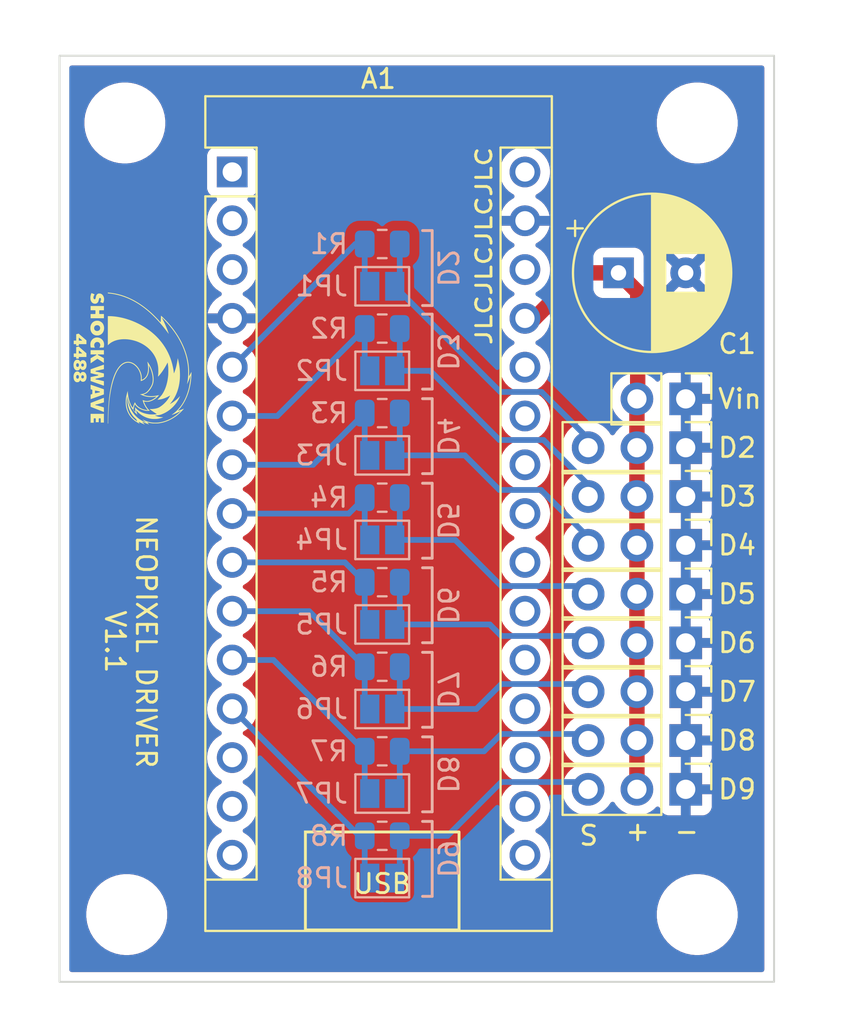
<source format=kicad_pcb>
(kicad_pcb (version 20211014) (generator pcbnew)
  (layers (0 "F.Cu" signal) (31 "B.Cu" signal) (34 "B.Paste" user) (35 "F.Paste" user) (36 "B.SilkS" user "B.Silkscreen") (37 "F.SilkS" user "F.Silkscreen") (38 "B.Mask" user) (39 "F.Mask" user) (44 "Edge.Cuts" user))
  (net 0 "")
  (net 4 "GND")
  (net 19 "+5V")
  (net 22 "Net-(D2-Pad3)")
  (net 23 "Net-(D3-Pad3)")
  (net 24 "Net-(D4-Pad3)")
  (net 25 "Net-(D5-Pad3)")
  (net 26 "Net-(D6-Pad3)")
  (net 27 "Net-(D7-Pad3)")
  (net 28 "Net-(D8-Pad3)")
  (net 29 "D2")
  (net 30 "D3")
  (net 31 "D4")
  (net 32 "D5")
  (net 33 "D6")
  (net 34 "D7")
  (net 35 "D8")
  (net 36 "D9")
  (net 37 "Net-(D9-Pad3)")
  (footprint "Capacitor_THT:CP_Radial_D8.0mm_P3.50mm" (layer "F.Cu") (at 130.8 82)
    (fp_text reference "C1" (at 5.1 3.7) (layer "F.SilkS") (effects (justify left)))
    (fp_text value "1000u")
    (pad "1" thru_hole rect locked (at 0 0) (size 1.6 1.6) (drill 0.8) (layers *.Cu *.Mask) (net 19 "+5V"))
    (pad "2" thru_hole circle locked (at 3.5 0) (size 1.6 1.6) (drill 0.8) (layers *.Cu *.Mask) (net 4 "GND"))
  )
  (footprint "Connector_PinHeader_2.54mm:PinHeader_1x03_P2.54mm_Vertical" (layer "F.Cu") (at 134.3 93.64 -90)
    (fp_text reference "D3" (at 0 -1.6) (layer "F.SilkS") (effects (justify left)))
    (fp_text value "Conn_01x03")
    (pad "1" thru_hole rect (at 0 0 270) (size 1.7 1.7) (drill 1) (layers *.Cu *.Mask) (net 4 "GND"))
    (pad "2" thru_hole oval (at 0 2.54 270) (size 1.7 1.7) (drill 1) (layers *.Cu *.Mask) (net 19 "+5V"))
    (pad "3" thru_hole oval (at 0 5.08 270) (size 1.7 1.7) (drill 1) (layers *.Cu *.Mask) (net 23 "Net-(D3-Pad3)"))
  )
  (footprint "MountingHole:MountingHole_3.2mm_M3" (layer "F.Cu") (at 134.9 74.2 180)
    (fp_text reference "H1" hide)
    (fp_text value "MountingHole")
    (pad "" np_thru_hole circle (at 0 0 180) (size 3.2 3.2) (drill 3.2) (layers *.Cu *.Mask))
  )
  (footprint "Connector_PinHeader_2.54mm:PinHeader_1x02_P2.54mm_Vertical" (layer "F.Cu") (at 134.3 88.56 -90)
    (fp_text reference "Vin" (at 0 -1.6) (layer "F.SilkS") (effects (justify left)))
    (fp_text value "Conn_01x02")
    (pad "1" thru_hole rect (at 0 0 270) (size 1.7 1.7) (drill 1) (layers *.Cu *.Mask) (net 4 "GND"))
    (pad "2" thru_hole oval (at 0 2.54 270) (size 1.7 1.7) (drill 1) (layers *.Cu *.Mask) (net 19 "+5V"))
  )
  (footprint "Connector_PinHeader_2.54mm:PinHeader_1x03_P2.54mm_Vertical" (layer "F.Cu") (at 134.3 106.34 -90)
    (fp_text reference "D8" (at 0 -1.6 180) (layer "F.SilkS") (effects (justify left)))
    (fp_text value "Conn_01x03")
    (pad "1" thru_hole rect locked (at 0 0 270) (size 1.7 1.7) (drill 1) (layers *.Cu *.Mask) (net 4 "GND"))
    (pad "2" thru_hole oval locked (at 0 2.54 270) (size 1.7 1.7) (drill 1) (layers *.Cu *.Mask) (net 19 "+5V"))
    (pad "3" thru_hole oval locked (at 0 5.08 270) (size 1.7 1.7) (drill 1) (layers *.Cu *.Mask) (net 28 "Net-(D8-Pad3)"))
  )
  (footprint "Connector_PinHeader_2.54mm:PinHeader_1x03_P2.54mm_Vertical" (layer "F.Cu") (at 134.3 101.26 -90)
    (fp_text reference "D6" (at 0 -1.6) (layer "F.SilkS") (effects (justify left)))
    (fp_text value "Conn_01x03")
    (pad "1" thru_hole rect (at 0 0 270) (size 1.7 1.7) (drill 1) (layers *.Cu *.Mask) (net 4 "GND"))
    (pad "2" thru_hole oval (at 0 2.54 270) (size 1.7 1.7) (drill 1) (layers *.Cu *.Mask) (net 19 "+5V"))
    (pad "3" thru_hole oval (at 0 5.08 270) (size 1.7 1.7) (drill 1) (layers *.Cu *.Mask) (net 26 "Net-(D6-Pad3)"))
  )
  (footprint "Graphics:Shockwave_logo_7x_6.1_alt" (layer "F.Cu") (at 105.5 86.4 -90)
    (fp_text reference "G***")
    (fp_text value "LOGO" hide)
  )
  (footprint "MountingHole:MountingHole_3.2mm_M3" (layer "F.Cu") (at 134.9 115.4 180)
    (fp_text reference "H2" hide)
    (fp_text value "MountingHole")
    (pad "" np_thru_hole circle (at 0 0 180) (size 3.2 3.2) (drill 3.2) (layers *.Cu *.Mask))
  )
  (footprint "Connector_PinHeader_2.54mm:PinHeader_1x03_P2.54mm_Vertical" (layer "F.Cu") (at 134.3 96.18 -90)
    (fp_text reference "D4" (at 0 -1.6) (layer "F.SilkS") (effects (justify left)))
    (fp_text value "Conn_01x03")
    (pad "1" thru_hole rect (at 0 0 270) (size 1.7 1.7) (drill 1) (layers *.Cu *.Mask) (net 4 "GND"))
    (pad "2" thru_hole oval (at 0 2.54 270) (size 1.7 1.7) (drill 1) (layers *.Cu *.Mask) (net 19 "+5V"))
    (pad "3" thru_hole oval (at 0 5.08 270) (size 1.7 1.7) (drill 1) (layers *.Cu *.Mask) (net 24 "Net-(D4-Pad3)"))
  )
  (footprint "MountingHole:MountingHole_3.2mm_M3" (layer "F.Cu") (at 105.2 74.2 180)
    (fp_text reference "H4" hide)
    (fp_text value "MountingHole")
    (pad "" np_thru_hole circle (at 0.1 0 180) (size 3.2 3.2) (drill 3.2) (layers F&B.Cu *.Mask))
  )
  (footprint "Connector_PinHeader_2.54mm:PinHeader_1x03_P2.54mm_Vertical" (layer "F.Cu") (at 134.3 98.72 -90)
    (fp_text reference "D5" (at 0 -1.6) (layer "F.SilkS") (effects (justify left)))
    (fp_text value "Conn_01x03")
    (pad "1" thru_hole rect (at 0 0 270) (size 1.7 1.7) (drill 1) (layers *.Cu *.Mask) (net 4 "GND"))
    (pad "2" thru_hole oval (at 0 2.54 270) (size 1.7 1.7) (drill 1) (layers *.Cu *.Mask) (net 19 "+5V"))
    (pad "3" thru_hole oval (at 0 5.08 270) (size 1.7 1.7) (drill 1) (layers *.Cu *.Mask) (net 25 "Net-(D5-Pad3)"))
  )
  (footprint "Module:Arduino_Nano" (layer "F.Cu") (at 110.69 76.75)
    (fp_text reference "A1" (at 7.61 -4.85) (layer "F.SilkS"))
    (fp_text value "Arduino_Nano_v3.x")
    (pad "1" thru_hole rect locked (at 0 0) (size 1.6 1.6) (drill 1) (layers *.Cu *.Mask))
    (pad "2" thru_hole oval locked (at 0 2.54) (size 1.6 1.6) (drill 1) (layers *.Cu *.Mask))
    (pad "3" thru_hole oval locked (at 0 5.08) (size 1.6 1.6) (drill 1) (layers *.Cu *.Mask))
    (pad "4" thru_hole oval locked (at 0 7.62) (size 1.6 1.6) (drill 1) (layers *.Cu *.Mask) (net 4 "GND"))
    (pad "5" thru_hole oval locked (at 0 10.16) (size 1.6 1.6) (drill 1) (layers *.Cu *.Mask) (net 29 "D2"))
    (pad "6" thru_hole oval locked (at 0 12.7) (size 1.6 1.6) (drill 1) (layers *.Cu *.Mask) (net 30 "D3"))
    (pad "7" thru_hole oval locked (at 0 15.24) (size 1.6 1.6) (drill 1) (layers *.Cu *.Mask) (net 31 "D4"))
    (pad "8" thru_hole oval locked (at 0 17.78) (size 1.6 1.6) (drill 1) (layers *.Cu *.Mask) (net 32 "D5"))
    (pad "9" thru_hole oval locked (at 0 20.32) (size 1.6 1.6) (drill 1) (layers *.Cu *.Mask) (net 33 "D6"))
    (pad "10" thru_hole oval locked (at 0 22.86) (size 1.6 1.6) (drill 1) (layers *.Cu *.Mask) (net 34 "D7"))
    (pad "11" thru_hole oval locked (at 0 25.4) (size 1.6 1.6) (drill 1) (layers *.Cu *.Mask) (net 35 "D8"))
    (pad "12" thru_hole oval locked (at 0 27.94) (size 1.6 1.6) (drill 1) (layers *.Cu *.Mask) (net 36 "D9"))
    (pad "13" thru_hole oval locked (at 0 30.48) (size 1.6 1.6) (drill 1) (layers *.Cu *.Mask))
    (pad "14" thru_hole oval locked (at 0 33.02) (size 1.6 1.6) (drill 1) (layers *.Cu *.Mask))
    (pad "15" thru_hole oval locked (at 0 35.56) (size 1.6 1.6) (drill 1) (layers *.Cu *.Mask))
    (pad "16" thru_hole oval locked (at 15.24 35.56) (size 1.6 1.6) (drill 1) (layers *.Cu *.Mask))
    (pad "17" thru_hole oval locked (at 15.24 33.02) (size 1.6 1.6) (drill 1) (layers *.Cu *.Mask))
    (pad "18" thru_hole oval locked (at 15.24 30.48) (size 1.6 1.6) (drill 1) (layers *.Cu *.Mask))
    (pad "19" thru_hole oval locked (at 15.24 27.94) (size 1.6 1.6) (drill 1) (layers *.Cu *.Mask))
    (pad "20" thru_hole oval locked (at 15.24 25.4) (size 1.6 1.6) (drill 1) (layers *.Cu *.Mask))
    (pad "21" thru_hole oval locked (at 15.24 22.86) (size 1.6 1.6) (drill 1) (layers *.Cu *.Mask))
    (pad "22" thru_hole oval locked (at 15.24 20.32) (size 1.6 1.6) (drill 1) (layers *.Cu *.Mask))
    (pad "23" thru_hole oval locked (at 15.24 17.78) (size 1.6 1.6) (drill 1) (layers *.Cu *.Mask))
    (pad "24" thru_hole oval locked (at 15.24 15.24) (size 1.6 1.6) (drill 1) (layers *.Cu *.Mask))
    (pad "25" thru_hole oval locked (at 15.24 12.7) (size 1.6 1.6) (drill 1) (layers *.Cu *.Mask))
    (pad "26" thru_hole oval locked (at 15.24 10.16) (size 1.6 1.6) (drill 1) (layers *.Cu *.Mask))
    (pad "27" thru_hole oval locked (at 15.24 7.62) (size 1.6 1.6) (drill 1) (layers *.Cu *.Mask) (net 19 "+5V"))
    (pad "28" thru_hole oval locked (at 15.24 5.08) (size 1.6 1.6) (drill 1) (layers *.Cu *.Mask))
    (pad "29" thru_hole oval locked (at 15.24 2.54) (size 1.6 1.6) (drill 1) (layers *.Cu *.Mask) (net 4 "GND"))
    (pad "30" thru_hole oval locked (at 15.24 0) (size 1.6 1.6) (drill 1) (layers *.Cu *.Mask))
  )
  (footprint "Connector_PinHeader_2.54mm:PinHeader_1x03_P2.54mm_Vertical" (layer "F.Cu") (at 134.3 91.1 -90)
    (fp_text reference "D2" (at 0 -1.6) (layer "F.SilkS") (effects (justify left)))
    (fp_text value "Conn_01x03")
    (pad "1" thru_hole rect (at 0 0 270) (size 1.7 1.7) (drill 1) (layers *.Cu *.Mask) (net 4 "GND"))
    (pad "2" thru_hole oval (at 0 2.54 270) (size 1.7 1.7) (drill 1) (layers *.Cu *.Mask) (net 19 "+5V"))
    (pad "3" thru_hole oval (at 0 5.08 270) (size 1.7 1.7) (drill 1) (layers *.Cu *.Mask) (net 22 "Net-(D2-Pad3)"))
  )
  (footprint "Connector_PinHeader_2.54mm:PinHeader_1x03_P2.54mm_Vertical" (layer "F.Cu") (at 134.3 108.88 -90)
    (fp_text reference "D9" (at 0 -1.6 180) (layer "F.SilkS") (effects (justify left)))
    (fp_text value "Conn_01x03")
    (pad "1" thru_hole rect locked (at 0 0 270) (size 1.7 1.7) (drill 1) (layers *.Cu *.Mask) (net 4 "GND"))
    (pad "2" thru_hole oval locked (at 0 2.54 270) (size 1.7 1.7) (drill 1) (layers *.Cu *.Mask) (net 19 "+5V"))
    (pad "3" thru_hole oval locked (at 0 5.08 270) (size 1.7 1.7) (drill 1) (layers *.Cu *.Mask) (net 37 "Net-(D9-Pad3)"))
  )
  (footprint "Connector_PinHeader_2.54mm:PinHeader_1x03_P2.54mm_Vertical" (layer "F.Cu") (at 134.3 103.8 -90)
    (fp_text reference "D7" (at 0 -1.6) (layer "F.SilkS") (effects (justify left)))
    (fp_text value "Conn_01x03")
    (pad "1" thru_hole rect (at 0 0 270) (size 1.7 1.7) (drill 1) (layers *.Cu *.Mask) (net 4 "GND"))
    (pad "2" thru_hole oval (at 0 2.54 270) (size 1.7 1.7) (drill 1) (layers *.Cu *.Mask) (net 19 "+5V"))
    (pad "3" thru_hole oval (at 0 5.08 270) (size 1.7 1.7) (drill 1) (layers *.Cu *.Mask) (net 27 "Net-(D7-Pad3)"))
  )
  (footprint "MountingHole:MountingHole_3.2mm_M3" (layer "F.Cu") (at 105.2 115.4 180)
    (fp_text reference "H3" hide)
    (fp_text value "MountingHole")
    (pad "" np_thru_hole circle (at 0 0 180) (size 3.2 3.2) (drill 3.2) (layers *.Cu *.Mask))
  )
  (footprint "Jumper:SolderJumper-2_P1.3mm_Open_Pad1.0x1.5mm" (layer "B.Cu") (at 118.5 109.1)
    (fp_text reference "JP7" (at -1.7 0) (layer "B.SilkS") (effects (justify left mirror)))
    (fp_text value "Jumper_Open")
    (pad "1" smd rect locked (at -0.65 0) (size 1 1.5) (layers "B.Cu" "B.Mask") (net 35 "D8"))
    (pad "2" smd rect locked (at 0.65 0) (size 1 1.5) (layers "B.Cu" "B.Mask") (net 28 "Net-(D8-Pad3)"))
  )
  (footprint "Resistor_SMD:R_0805_2012Metric" (layer "B.Cu") (at 118.5 111.3)
    (fp_text reference "R8" (at -1.7 0) (layer "B.SilkS") (effects (justify left mirror)))
    (fp_text value "470")
    (pad "1" smd roundrect locked (at -0.9125 0) (size 1.025 1.4) (layers "B.Cu" "B.Paste" "B.Mask") (roundrect_rratio 0.243902439) (net 36 "D9"))
    (pad "2" smd roundrect locked (at 0.9125 0) (size 1.025 1.4) (layers "B.Cu" "B.Paste" "B.Mask") (roundrect_rratio 0.243902439) (net 37 "Net-(D9-Pad3)"))
  )
  (footprint "Jumper:SolderJumper-2_P1.3mm_Open_Pad1.0x1.5mm" (layer "B.Cu") (at 118.5 100.3)
    (fp_text reference "JP5" (at -1.7 0) (layer "B.SilkS") (effects (justify left mirror)))
    (fp_text value "Jumper_Open")
    (pad "1" smd rect locked (at -0.65 0) (size 1 1.5) (layers "B.Cu" "B.Mask") (net 33 "D6"))
    (pad "2" smd rect locked (at 0.65 0) (size 1 1.5) (layers "B.Cu" "B.Mask") (net 26 "Net-(D6-Pad3)"))
  )
  (footprint "Jumper:SolderJumper-2_P1.3mm_Open_Pad1.0x1.5mm" (layer "B.Cu") (at 118.5 113.5)
    (fp_text reference "JP8" (at -1.7 0) (layer "B.SilkS") (effects (justify left mirror)))
    (fp_text value "Jumper_Open")
    (pad "1" smd rect locked (at -0.65 0) (size 1 1.5) (layers "B.Cu" "B.Mask") (net 36 "D9"))
    (pad "2" smd rect locked (at 0.65 0) (size 1 1.5) (layers "B.Cu" "B.Mask") (net 37 "Net-(D9-Pad3)"))
  )
  (footprint "Resistor_SMD:R_0805_2012Metric" (layer "B.Cu") (at 118.5 84.9)
    (fp_text reference "R2" (at -1.7 0) (layer "B.SilkS") (effects (justify left mirror)))
    (fp_text value "470")
    (pad "1" smd roundrect (at -0.9125 0) (size 1.025 1.4) (layers "B.Cu" "B.Paste" "B.Mask") (roundrect_rratio 0.243902439) (net 30 "D3"))
    (pad "2" smd roundrect (at 0.9125 0) (size 1.025 1.4) (layers "B.Cu" "B.Paste" "B.Mask") (roundrect_rratio 0.243902439) (net 23 "Net-(D3-Pad3)"))
  )
  (footprint "Resistor_SMD:R_0805_2012Metric" (layer "B.Cu") (at 118.5 80.5)
    (fp_text reference "R1" (at -1.7 0) (layer "B.SilkS") (effects (justify left mirror)))
    (fp_text value "470")
    (pad "1" smd roundrect (at -0.9125 0) (size 1.025 1.4) (layers "B.Cu" "B.Paste" "B.Mask") (roundrect_rratio 0.243902439) (net 29 "D2"))
    (pad "2" smd roundrect (at 0.9125 0) (size 1.025 1.4) (layers "B.Cu" "B.Paste" "B.Mask") (roundrect_rratio 0.243902439) (net 22 "Net-(D2-Pad3)"))
  )
  (footprint "Jumper:SolderJumper-2_P1.3mm_Open_Pad1.0x1.5mm" (layer "B.Cu") (at 118.5 87.1)
    (fp_text reference "JP2" (at -1.7 0) (layer "B.SilkS") (effects (justify left mirror)))
    (fp_text value "Jumper_Open")
    (pad "1" smd rect locked (at -0.65 0) (size 1 1.5) (layers "B.Cu" "B.Mask") (net 30 "D3"))
    (pad "2" smd rect locked (at 0.65 0) (size 1 1.5) (layers "B.Cu" "B.Mask") (net 23 "Net-(D3-Pad3)"))
  )
  (footprint "Jumper:SolderJumper-2_P1.3mm_Open_Pad1.0x1.5mm" (layer "B.Cu") (at 118.5 95.9)
    (fp_text reference "JP4" (at -1.7 0) (layer "B.SilkS") (effects (justify left mirror)))
    (fp_text value "Jumper_Open")
    (pad "1" smd rect locked (at -0.65 0) (size 1 1.5) (layers "B.Cu" "B.Mask") (net 32 "D5"))
    (pad "2" smd rect locked (at 0.65 0) (size 1 1.5) (layers "B.Cu" "B.Mask") (net 25 "Net-(D5-Pad3)"))
  )
  (footprint "Resistor_SMD:R_0805_2012Metric" (layer "B.Cu") (at 118.5 93.7)
    (fp_text reference "R4" (at -1.7 0) (layer "B.SilkS") (effects (justify left mirror)))
    (fp_text value "470")
    (pad "1" smd roundrect (at -0.9125 0) (size 1.025 1.4) (layers "B.Cu" "B.Paste" "B.Mask") (roundrect_rratio 0.243902439) (net 32 "D5"))
    (pad "2" smd roundrect (at 0.9125 0) (size 1.025 1.4) (layers "B.Cu" "B.Paste" "B.Mask") (roundrect_rratio 0.243902439) (net 25 "Net-(D5-Pad3)"))
  )
  (footprint "Resistor_SMD:R_0805_2012Metric" (layer "B.Cu") (at 118.5 89.3)
    (fp_text reference "R3" (at -1.7 0) (layer "B.SilkS") (effects (justify left mirror)))
    (fp_text value "470")
    (pad "1" smd roundrect (at -0.9125 0) (size 1.025 1.4) (layers "B.Cu" "B.Paste" "B.Mask") (roundrect_rratio 0.243902439) (net 31 "D4"))
    (pad "2" smd roundrect (at 0.9125 0) (size 1.025 1.4) (layers "B.Cu" "B.Paste" "B.Mask") (roundrect_rratio 0.243902439) (net 24 "Net-(D4-Pad3)"))
  )
  (footprint "Jumper:SolderJumper-2_P1.3mm_Open_Pad1.0x1.5mm" (layer "B.Cu") (at 118.5 82.7)
    (fp_text reference "JP1" (at -1.7 0) (layer "B.SilkS") (effects (justify left mirror)))
    (fp_text value "Jumper_Open")
    (pad "1" smd rect (at -0.65 0) (size 1 1.5) (layers "B.Cu" "B.Mask") (net 29 "D2"))
    (pad "2" smd rect (at 0.65 0) (size 1 1.5) (layers "B.Cu" "B.Mask") (net 22 "Net-(D2-Pad3)"))
  )
  (footprint "Jumper:SolderJumper-2_P1.3mm_Open_Pad1.0x1.5mm" (layer "B.Cu") (at 118.5 91.5)
    (fp_text reference "JP3" (at -1.7 0) (layer "B.SilkS") (effects (justify left mirror)))
    (fp_text value "Jumper_Open")
    (pad "1" smd rect locked (at -0.65 0) (size 1 1.5) (layers "B.Cu" "B.Mask") (net 31 "D4"))
    (pad "2" smd rect locked (at 0.65 0) (size 1 1.5) (layers "B.Cu" "B.Mask") (net 24 "Net-(D4-Pad3)"))
  )
  (footprint "Resistor_SMD:R_0805_2012Metric" (layer "B.Cu") (at 118.5 98.1)
    (fp_text reference "R5" (at -1.7 0) (layer "B.SilkS") (effects (justify left mirror)))
    (fp_text value "470")
    (pad "1" smd roundrect (at -0.9125 0) (size 1.025 1.4) (layers "B.Cu" "B.Paste" "B.Mask") (roundrect_rratio 0.243902439) (net 33 "D6"))
    (pad "2" smd roundrect (at 0.9125 0) (size 1.025 1.4) (layers "B.Cu" "B.Paste" "B.Mask") (roundrect_rratio 0.243902439) (net 26 "Net-(D6-Pad3)"))
  )
  (footprint "Resistor_SMD:R_0805_2012Metric" (layer "B.Cu") (at 118.5 106.9)
    (fp_text reference "R7" (at -1.7 0) (layer "B.SilkS") (effects (justify left mirror)))
    (fp_text value "470")
    (pad "1" smd roundrect locked (at -0.9125 0) (size 1.025 1.4) (layers "B.Cu" "B.Paste" "B.Mask") (roundrect_rratio 0.243902439) (net 35 "D8"))
    (pad "2" smd roundrect locked (at 0.9125 0) (size 1.025 1.4) (layers "B.Cu" "B.Paste" "B.Mask") (roundrect_rratio 0.243902439) (net 28 "Net-(D8-Pad3)"))
  )
  (footprint "Resistor_SMD:R_0805_2012Metric" (layer "B.Cu") (at 118.5 102.5)
    (fp_text reference "R6" (at -1.7 0) (layer "B.SilkS") (effects (justify left mirror)))
    (fp_text value "470")
    (pad "1" smd roundrect (at -0.9125 0) (size 1.025 1.4) (layers "B.Cu" "B.Paste" "B.Mask") (roundrect_rratio 0.243902439) (net 34 "D7"))
    (pad "2" smd roundrect (at 0.9125 0) (size 1.025 1.4) (layers "B.Cu" "B.Paste" "B.Mask") (roundrect_rratio 0.243902439) (net 27 "Net-(D7-Pad3)"))
  )
  (footprint "Jumper:SolderJumper-2_P1.3mm_Open_Pad1.0x1.5mm" (layer "B.Cu") (at 118.5 104.7)
    (fp_text reference "JP6" (at -1.7 0) (layer "B.SilkS") (effects (justify left mirror)))
    (fp_text value "Jumper_Open")
    (pad "1" smd rect locked (at -0.65 0) (size 1 1.5) (layers "B.Cu" "B.Mask") (net 34 "D7"))
    (pad "2" smd rect locked (at 0.65 0) (size 1 1.5) (layers "B.Cu" "B.Mask") (net 27 "Net-(D7-Pad3)"))
  )
  (gr_line (start 121.1 106.15) (end 120.6 106.15) (layer "B.SilkS") (width 0.15))
  (gr_line (start 121.1 84.15) (end 120.6 84.15) (layer "B.SilkS") (width 0.15))
  (gr_line (start 121.1 79.8) (end 120.6 79.8) (layer "B.SilkS") (width 0.15))
  (gr_line (start 121.1 88.05) (end 121.1 84.15) (layer "B.SilkS") (width 0.15))
  (gr_line (start 121.1 101.25) (end 121.1 97.35) (layer "B.SilkS") (width 0.15))
  (gr_line (start 121.1 110.55) (end 120.6 110.55) (layer "B.SilkS") (width 0.15))
  (gr_line (start 121.1 101.75) (end 120.6 101.75) (layer "B.SilkS") (width 0.15))
  (gr_line (start 120.6 114.45) (end 121.1 114.45) (layer "B.SilkS") (width 0.15))
  (gr_line (start 120.6 88.05) (end 121.1 88.05) (layer "B.SilkS") (width 0.15))
  (gr_line (start 121.1 105.65) (end 121.1 101.75) (layer "B.SilkS") (width 0.15))
  (gr_line (start 120.6 101.25) (end 121.1 101.25) (layer "B.SilkS") (width 0.15))
  (gr_line (start 121.1 96.85) (end 121.1 92.95) (layer "B.SilkS") (width 0.15))
  (gr_line (start 121.1 110.05) (end 121.1 106.15) (layer "B.SilkS") (width 0.15))
  (gr_line (start 120.6 92.45) (end 121.1 92.45) (layer "B.SilkS") (width 0.15))
  (gr_line (start 121.1 92.95) (end 120.6 92.95) (layer "B.SilkS") (width 0.15))
  (gr_line (start 121.1 114.45) (end 121.1 110.55) (layer "B.SilkS") (width 0.15))
  (gr_line (start 121.1 88.55) (end 120.6 88.55) (layer "B.SilkS") (width 0.15))
  (gr_line (start 121.1 97.35) (end 120.6 97.35) (layer "B.SilkS") (width 0.15))
  (gr_line (start 120.6 96.85) (end 121.1 96.85) (layer "B.SilkS") (width 0.15))
  (gr_line (start 121.1 92.45) (end 121.1 88.55) (layer "B.SilkS") (width 0.15))
  (gr_line (start 120.6 110.05) (end 121.1 110.05) (layer "B.SilkS") (width 0.15))
  (gr_line (start 121.1 83.7) (end 121.1 79.8) (layer "B.SilkS") (width 0.15))
  (gr_line (start 120.6 105.65) (end 121.1 105.65) (layer "B.SilkS") (width 0.15))
  (gr_line (start 120.6 83.7) (end 121.1 83.7) (layer "B.SilkS") (width 0.15))
  (gr_rect (start 114.5 116.2) (end 122.5 111.1) (layer "F.SilkS") (width 0.15) (fill none))
  (gr_rect (start 101.7 118.9) (end 138.9 70.7) (layer "Edge.Cuts") (width 0.1) (fill none))
  (gr_text "D7" (at 121.9 103.7 270) (layer "B.SilkS") (effects (font (size 1 1)) (justify mirror)))
  (gr_text "D3" (at 121.9 86.1 270) (layer "B.SilkS") (effects (font (size 1 1)) (justify mirror)))
  (gr_text "D8\n" (at 121.9 108.1 270) (layer "B.SilkS") (effects (font (size 1 1)) (justify mirror)))
  (gr_text "D4" (at 121.9 90.5 270) (layer "B.SilkS") (effects (font (size 1 1)) (justify mirror)))
  (gr_text "D5" (at 121.9 94.9 270) (layer "B.SilkS") (effects (font (size 1 1)) (justify mirror)))
  (gr_text "D9" (at 121.9 112.5 270) (layer "B.SilkS") (effects (font (size 1 1)) (justify mirror)))
  (gr_text "D6" (at 121.9 99.3 270) (layer "B.SilkS") (effects (font (size 1 1)) (justify mirror)))
  (gr_text "D2" (at 121.9 81.75 270) (layer "B.SilkS") (effects (font (size 1 1)) (justify mirror)))
  (gr_text "S" (at 129.25 111.2 180) (layer "F.SilkS") (effects (font (size 1 1))))
  (gr_text "-" (at 134.35 111.2 180) (layer "F.SilkS") (effects (font (size 1 1))))
  (gr_text "NEOPIXEL DRIVER\nV1.1" (at 105.4 101.2 270) (layer "F.SilkS") (effects (font (size 1 1))))
  (gr_text "JLCJLCJLCJLC" (at 123.8 80.6 90) (layer "F.SilkS") (effects (font (size 0.8 1))))
  (gr_text "USB" (at 118.5 113.8) (layer "F.SilkS") (effects (font (size 1 1))))
  (gr_text "+" (at 131.8 111.2 180) (layer "F.SilkS") (effects (font (size 1 1))))
  (segment (start 131.8 88.52) (end 131.8 83) (width 0.8) (layer "F.Cu") (net 19))
  (segment (start 131.76 98.705) (end 131.775 98.72) (width 0.8) (layer "F.Cu") (net 19))
  (segment (start 131.775 106.33) (end 131.785 106.34) (width 0.8) (layer "F.Cu") (net 19))
  (segment (start 125.93 84.37) (end 126.43 84.37) (width 0.8) (layer "F.Cu") (net 19))
  (segment (start 131.76 88.56) (end 131.8 88.52) (width 0.8) (layer "F.Cu") (net 19))
  (segment (start 128.8 82) (end 130.8 82) (width 0.8) (layer "F.Cu") (net 19))
  (segment (start 126.43 84.37) (end 128.8 82) (width 0.8) (layer "F.Cu") (net 19))
  (segment (start 131.8 83) (end 130.8 82) (width 0.8) (layer "F.Cu") (net 19))
  (segment (start 131.76 88.56) (end 131.76 108.88) (width 0.8) (layer "F.Cu") (net 19))
  (segment (start 124.65 88.2) (end 126.8 88.2) (width 0.3) (layer "B.Cu") (net 22))
  (segment (start 126.8 88.2) (end 129.22 90.62) (width 0.3) (layer "B.Cu") (net 22))
  (segment (start 129.22 90.62) (end 129.22 91.1) (width 0.3) (layer "B.Cu") (net 22))
  (segment (start 119.15 82.7) (end 124.65 88.2) (width 0.3) (layer "B.Cu") (net 22))
  (segment (start 119.4125 80.5) (end 119.4125 82.4375) (width 0.3) (layer "B.Cu") (net 22))
  (segment (start 119.4125 82.4375) (end 119.15 82.7) (width 0.3) (layer "B.Cu") (net 22))
  (segment (start 119.4125 84.9) (end 119.4125 86.8375) (width 0.3) (layer "B.Cu") (net 23))
  (segment (start 124.6 90.7) (end 126.9 90.7) (width 0.3) (layer "B.Cu") (net 23))
  (segment (start 119.4125 86.8375) (end 119.15 87.1) (width 0.3) (layer "B.Cu") (net 23))
  (segment (start 129.22 93.02) (end 129.22 93.64) (width 0.3) (layer "B.Cu") (net 23))
  (segment (start 119.15 87.1) (end 121 87.1) (width 0.3) (layer "B.Cu") (net 23))
  (segment (start 121 87.1) (end 124.6 90.7) (width 0.3) (layer "B.Cu") (net 23))
  (segment (start 126.9 90.7) (end 129.22 93.02) (width 0.3) (layer "B.Cu") (net 23))
  (segment (start 124.6 93.3) (end 126.77 93.3) (width 0.3) (layer "B.Cu") (net 24))
  (segment (start 119.15 91.5) (end 122.8 91.5) (width 0.3) (layer "B.Cu") (net 24))
  (segment (start 119.4125 91.2375) (end 119.15 91.5) (width 0.3) (layer "B.Cu") (net 24))
  (segment (start 119.4125 89.3) (end 119.4125 91.2375) (width 0.3) (layer "B.Cu") (net 24))
  (segment (start 126.77 93.3) (end 129.22 95.75) (width 0.3) (layer "B.Cu") (net 24))
  (segment (start 129.22 95.75) (end 129.22 96.18) (width 0.3) (layer "B.Cu") (net 24))
  (segment (start 122.8 91.5) (end 124.6 93.3) (width 0.3) (layer "B.Cu") (net 24))
  (segment (start 128.8 98.3) (end 129.22 98.72) (width 0.3) (layer "B.Cu") (net 25))
  (segment (start 119.4125 93.7) (end 119.4125 95.6375) (width 0.3) (layer "B.Cu") (net 25))
  (segment (start 122.3 95.9) (end 124.7 98.3) (width 0.3) (layer "B.Cu") (net 25))
  (segment (start 119.4125 95.6375) (end 119.15 95.9) (width 0.3) (layer "B.Cu") (net 25))
  (segment (start 119.15 95.9) (end 119.25 95.8) (width 0.3) (layer "B.Cu") (net 25))
  (segment (start 124.7 98.3) (end 128.8 98.3) (width 0.3) (layer "B.Cu") (net 25))
  (segment (start 119.15 95.9) (end 122.3 95.9) (width 0.3) (layer "B.Cu") (net 25))
  (segment (start 119.4125 98.1) (end 119.4125 100.0375) (width 0.3) (layer "B.Cu") (net 26))
  (segment (start 124.7 100.9) (end 128.86 100.9) (width 0.3) (layer "B.Cu") (net 26))
  (segment (start 128.86 100.9) (end 129.22 101.26) (width 0.3) (layer "B.Cu") (net 26))
  (segment (start 119.4125 100.0375) (end 119.15 100.3) (width 0.3) (layer "B.Cu") (net 26))
  (segment (start 124.1 100.3) (end 124.7 100.9) (width 0.3) (layer "B.Cu") (net 26))
  (segment (start 119.15 100.3) (end 124.1 100.3) (width 0.3) (layer "B.Cu") (net 26))
  (segment (start 119.4125 102.5) (end 119.4125 104.4375) (width 0.3) (layer "B.Cu") (net 27))
  (segment (start 124.7 103.4) (end 128.82 103.4) (width 0.3) (layer "B.Cu") (net 27))
  (segment (start 123.4 104.7) (end 124.7 103.4) (width 0.3) (layer "B.Cu") (net 27))
  (segment (start 119.15 104.7) (end 123.4 104.7) (width 0.3) (layer "B.Cu") (net 27))
  (segment (start 128.82 103.4) (end 129.22 103.8) (width 0.3) (layer "B.Cu") (net 27))
  (segment (start 119.4125 104.4375) (end 119.15 104.7) (width 0.3) (layer "B.Cu") (net 27))
  (segment (start 128.88 106) (end 124.7 106) (width 0.3) (layer "B.Cu") (net 28))
  (segment (start 119.4125 108.8375) (end 119.15 109.1) (width 0.3) (layer "B.Cu") (net 28))
  (segment (start 124.7 106) (end 123.8 106.9) (width 0.3) (layer "B.Cu") (net 28))
  (segment (start 119.4125 106.9) (end 119.4125 108.8375) (width 0.3) (layer "B.Cu") (net 28))
  (segment (start 129.22 106.34) (end 128.88 106) (width 0.3) (layer "B.Cu") (net 28))
  (segment (start 123.8 106.9) (end 119.4125 106.9) (width 0.3) (layer "B.Cu") (net 28))
  (segment (start 117.1 80.5) (end 117.5875 80.5) (width 0.3) (layer "B.Cu") (net 29))
  (segment (start 110.69 86.91) (end 117.1 80.5) (width 0.3) (layer "B.Cu") (net 29))
  (segment (start 117.5875 80.5) (end 117.5875 82.4375) (width 0.3) (layer "B.Cu") (net 29))
  (segment (start 117.5875 82.4375) (end 117.85 82.7) (width 0.3) (layer "B.Cu") (net 29))
  (segment (start 113.0375 89.45) (end 117.5875 84.9) (width 0.3) (layer "B.Cu") (net 30))
  (segment (start 117.5875 86.8375) (end 117.85 87.1) (width 0.3) (layer "B.Cu") (net 30))
  (segment (start 117.5875 84.9) (end 117.5875 86.8375) (width 0.3) (layer "B.Cu") (net 30))
  (segment (start 110.69 89.45) (end 113.0375 89.45) (width 0.3) (layer "B.Cu") (net 30))
  (segment (start 110.69 91.99) (end 114.8975 91.99) (width 0.3) (layer "B.Cu") (net 31))
  (segment (start 117.5875 89.3) (end 117.5875 91.2375) (width 0.3) (layer "B.Cu") (net 31))
  (segment (start 117.5875 91.2375) (end 117.85 91.5) (width 0.3) (layer "B.Cu") (net 31))
  (segment (start 114.8975 91.99) (end 117.5875 89.3) (width 0.3) (layer "B.Cu") (net 31))
  (segment (start 116.7575 94.53) (end 117.5875 93.7) (width 0.3) (layer "B.Cu") (net 32))
  (segment (start 117.5875 93.7) (end 117.5875 95.6375) (width 0.3) (layer "B.Cu") (net 32))
  (segment (start 117.5875 95.6375) (end 117.85 95.9) (width 0.3) (layer "B.Cu") (net 32))
  (segment (start 110.69 94.53) (end 116.7575 94.53) (width 0.3) (layer "B.Cu") (net 32))
  (segment (start 117.5875 98.1) (end 117.5875 100.0375) (width 0.3) (layer "B.Cu") (net 33))
  (segment (start 116.5575 97.07) (end 117.5875 98.1) (width 0.3) (layer "B.Cu") (net 33))
  (segment (start 110.69 97.07) (end 116.5575 97.07) (width 0.3) (layer "B.Cu") (net 33))
  (segment (start 117.5875 100.0375) (end 117.85 100.3) (width 0.3) (layer "B.Cu") (net 33))
  (segment (start 117.5875 102.5) (end 117.5875 104.4375) (width 0.3) (layer "B.Cu") (net 34))
  (segment (start 110.69 99.61) (end 114.6975 99.61) (width 0.3) (layer "B.Cu") (net 34))
  (segment (start 114.6975 99.61) (end 117.5875 102.5) (width 0.3) (layer "B.Cu") (net 34))
  (segment (start 117.5875 104.4375) (end 117.85 104.7) (width 0.3) (layer "B.Cu") (net 34))
  (segment (start 112.8375 102.15) (end 117.5875 106.9) (width 0.3) (layer "B.Cu") (net 35))
  (segment (start 117.5875 108.8375) (end 117.85 109.1) (width 0.3) (layer "B.Cu") (net 35))
  (segment (start 117.5875 106.9) (end 117.5875 108.8375) (width 0.3) (layer "B.Cu") (net 35))
  (segment (start 110.69 102.15) (end 112.8375 102.15) (width 0.3) (layer "B.Cu") (net 35))
  (segment (start 117.5875 111.3) (end 117.5875 113.2375) (width 0.3) (layer "B.Cu") (net 36))
  (segment (start 110.69 104.69) (end 117.3 111.3) (width 0.3) (layer "B.Cu") (net 36))
  (segment (start 117.5875 113.2375) (end 117.85 113.5) (width 0.3) (layer "B.Cu") (net 36))
  (segment (start 117.3 111.3) (end 117.5875 111.3) (width 0.3) (layer "B.Cu") (net 36))
  (segment (start 128.84 108.5) (end 124.7 108.5) (width 0.3) (layer "B.Cu") (net 37))
  (segment (start 129.22 108.88) (end 128.84 108.5) (width 0.3) (layer "B.Cu") (net 37))
  (segment (start 119.4125 111.3) (end 119.4125 113.2375) (width 0.3) (layer "B.Cu") (net 37))
  (segment (start 121.9 111.3) (end 119.4125 111.3) (width 0.3) (layer "B.Cu") (net 37))
  (segment (start 124.7 108.5) (end 121.9 111.3) (width 0.3) (layer "B.Cu") (net 37))
  (segment (start 119.4125 113.2375) (end 119.15 113.5) (width 0.3) (layer "B.Cu") (net 37))
  (zone (net 4) (net_name "GND") (layers F&B.Cu) (connect_pads (clearance 0.508)) (min_thickness 0.254) (fill yes (thermal_gap 0.508) (thermal_bridge_width 0.508))
    (polygon (pts (xy 98.6 121) (xy 98.6 67.8) (xy 142.6 67.8) (xy 142.6 121.1) (xy 141.2 121.1)))
  )
)
</source>
